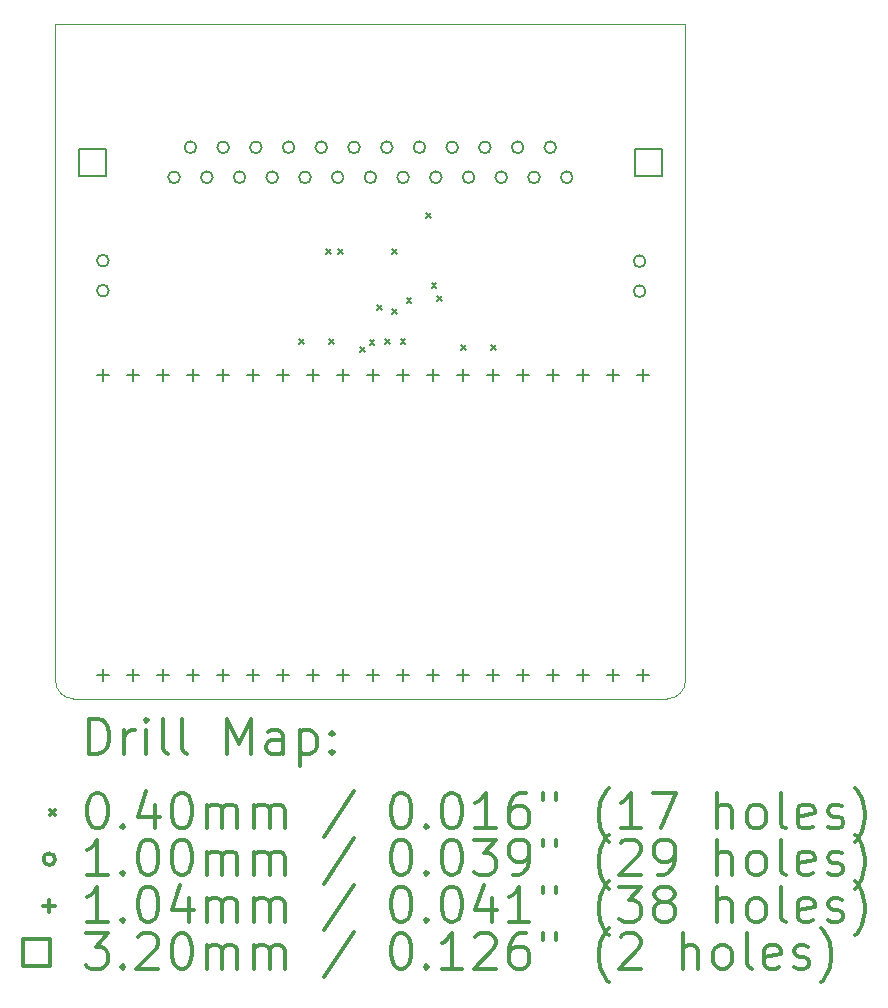
<source format=gbr>
%FSLAX45Y45*%
G04 Gerber Fmt 4.5, Leading zero omitted, Abs format (unit mm)*
G04 Created by KiCad (PCBNEW (5.1.6)-1) date 2022-10-28 15:03:12*
%MOMM*%
%LPD*%
G01*
G04 APERTURE LIST*
%TA.AperFunction,Profile*%
%ADD10C,0.050000*%
%TD*%
%ADD11C,0.200000*%
%ADD12C,0.300000*%
G04 APERTURE END LIST*
D10*
X18034000Y-14325600D02*
G75*
G02*
X17881600Y-14478000I-152400J0D01*
G01*
X12852400Y-14478000D02*
G75*
G02*
X12700000Y-14325600I0J152400D01*
G01*
X12852400Y-14478000D02*
X12852400Y-14478000D01*
X12700000Y-8763000D02*
X12700000Y-14325600D01*
X14808200Y-14478000D02*
X12852400Y-14478000D01*
X15875000Y-14478000D02*
X14808200Y-14478000D01*
X17881600Y-14478000D02*
X15875000Y-14478000D01*
X18034000Y-8763000D02*
X18034000Y-14325600D01*
X12700000Y-8763000D02*
X18034000Y-8763000D01*
D11*
X14764420Y-11435400D02*
X14804420Y-11475400D01*
X14804420Y-11435400D02*
X14764420Y-11475400D01*
X14991400Y-10673400D02*
X15031400Y-10713400D01*
X15031400Y-10673400D02*
X14991400Y-10713400D01*
X15014500Y-11435400D02*
X15054500Y-11475400D01*
X15054500Y-11435400D02*
X15014500Y-11475400D01*
X15093000Y-10673400D02*
X15133000Y-10713400D01*
X15133000Y-10673400D02*
X15093000Y-10713400D01*
X15279500Y-11503980D02*
X15319500Y-11543980D01*
X15319500Y-11503980D02*
X15279500Y-11543980D01*
X15359700Y-11443020D02*
X15399700Y-11483020D01*
X15399700Y-11443020D02*
X15359700Y-11483020D01*
X15425740Y-11145840D02*
X15465740Y-11185840D01*
X15465740Y-11145840D02*
X15425740Y-11185840D01*
X15491780Y-11435394D02*
X15531780Y-11475394D01*
X15531780Y-11435394D02*
X15491780Y-11475394D01*
X15550200Y-10673400D02*
X15590200Y-10713400D01*
X15590200Y-10673400D02*
X15550200Y-10713400D01*
X15550824Y-11179466D02*
X15590824Y-11219466D01*
X15590824Y-11179466D02*
X15550824Y-11219466D01*
X15621320Y-11435400D02*
X15661320Y-11475400D01*
X15661320Y-11435400D02*
X15621320Y-11475400D01*
X15672120Y-11084880D02*
X15712120Y-11124880D01*
X15712120Y-11084880D02*
X15672120Y-11124880D01*
X15839760Y-10368600D02*
X15879760Y-10408600D01*
X15879760Y-10368600D02*
X15839760Y-10408600D01*
X15885461Y-10957199D02*
X15925461Y-10997199D01*
X15925461Y-10957199D02*
X15885461Y-10997199D01*
X15933759Y-11072199D02*
X15973759Y-11112199D01*
X15973759Y-11072199D02*
X15933759Y-11112199D01*
X16134400Y-11486200D02*
X16174400Y-11526200D01*
X16174400Y-11486200D02*
X16134400Y-11526200D01*
X16388400Y-11486200D02*
X16428400Y-11526200D01*
X16428400Y-11486200D02*
X16388400Y-11526200D01*
X13151320Y-10769600D02*
G75*
G03*
X13151320Y-10769600I-50000J0D01*
G01*
X13151320Y-11023600D02*
G75*
G03*
X13151320Y-11023600I-50000J0D01*
G01*
X13754160Y-10063480D02*
G75*
G03*
X13754160Y-10063480I-50000J0D01*
G01*
X13892660Y-9809480D02*
G75*
G03*
X13892660Y-9809480I-50000J0D01*
G01*
X14031160Y-10063480D02*
G75*
G03*
X14031160Y-10063480I-50000J0D01*
G01*
X14169660Y-9809480D02*
G75*
G03*
X14169660Y-9809480I-50000J0D01*
G01*
X14308160Y-10063480D02*
G75*
G03*
X14308160Y-10063480I-50000J0D01*
G01*
X14446660Y-9809480D02*
G75*
G03*
X14446660Y-9809480I-50000J0D01*
G01*
X14585160Y-10063480D02*
G75*
G03*
X14585160Y-10063480I-50000J0D01*
G01*
X14723660Y-9809480D02*
G75*
G03*
X14723660Y-9809480I-50000J0D01*
G01*
X14862160Y-10063480D02*
G75*
G03*
X14862160Y-10063480I-50000J0D01*
G01*
X15000660Y-9809480D02*
G75*
G03*
X15000660Y-9809480I-50000J0D01*
G01*
X15139160Y-10063480D02*
G75*
G03*
X15139160Y-10063480I-50000J0D01*
G01*
X15277660Y-9809480D02*
G75*
G03*
X15277660Y-9809480I-50000J0D01*
G01*
X15416160Y-10063480D02*
G75*
G03*
X15416160Y-10063480I-50000J0D01*
G01*
X15554660Y-9809480D02*
G75*
G03*
X15554660Y-9809480I-50000J0D01*
G01*
X15693160Y-10063480D02*
G75*
G03*
X15693160Y-10063480I-50000J0D01*
G01*
X15831660Y-9809480D02*
G75*
G03*
X15831660Y-9809480I-50000J0D01*
G01*
X15970160Y-10063480D02*
G75*
G03*
X15970160Y-10063480I-50000J0D01*
G01*
X16108660Y-9809480D02*
G75*
G03*
X16108660Y-9809480I-50000J0D01*
G01*
X16247160Y-10063480D02*
G75*
G03*
X16247160Y-10063480I-50000J0D01*
G01*
X16385660Y-9809480D02*
G75*
G03*
X16385660Y-9809480I-50000J0D01*
G01*
X16524160Y-10063480D02*
G75*
G03*
X16524160Y-10063480I-50000J0D01*
G01*
X16662660Y-9809480D02*
G75*
G03*
X16662660Y-9809480I-50000J0D01*
G01*
X16801160Y-10063480D02*
G75*
G03*
X16801160Y-10063480I-50000J0D01*
G01*
X16939660Y-9809480D02*
G75*
G03*
X16939660Y-9809480I-50000J0D01*
G01*
X17078160Y-10063480D02*
G75*
G03*
X17078160Y-10063480I-50000J0D01*
G01*
X17695380Y-10774680D02*
G75*
G03*
X17695380Y-10774680I-50000J0D01*
G01*
X17695380Y-11028680D02*
G75*
G03*
X17695380Y-11028680I-50000J0D01*
G01*
X13101200Y-11682800D02*
X13101200Y-11786800D01*
X13049200Y-11734800D02*
X13153200Y-11734800D01*
X13101200Y-14222800D02*
X13101200Y-14326800D01*
X13049200Y-14274800D02*
X13153200Y-14274800D01*
X13355200Y-11682800D02*
X13355200Y-11786800D01*
X13303200Y-11734800D02*
X13407200Y-11734800D01*
X13355200Y-14222800D02*
X13355200Y-14326800D01*
X13303200Y-14274800D02*
X13407200Y-14274800D01*
X13609200Y-11682800D02*
X13609200Y-11786800D01*
X13557200Y-11734800D02*
X13661200Y-11734800D01*
X13609200Y-14222800D02*
X13609200Y-14326800D01*
X13557200Y-14274800D02*
X13661200Y-14274800D01*
X13863200Y-11682800D02*
X13863200Y-11786800D01*
X13811200Y-11734800D02*
X13915200Y-11734800D01*
X13863200Y-14222800D02*
X13863200Y-14326800D01*
X13811200Y-14274800D02*
X13915200Y-14274800D01*
X14117200Y-11682800D02*
X14117200Y-11786800D01*
X14065200Y-11734800D02*
X14169200Y-11734800D01*
X14117200Y-14222800D02*
X14117200Y-14326800D01*
X14065200Y-14274800D02*
X14169200Y-14274800D01*
X14371200Y-11682800D02*
X14371200Y-11786800D01*
X14319200Y-11734800D02*
X14423200Y-11734800D01*
X14371200Y-14222800D02*
X14371200Y-14326800D01*
X14319200Y-14274800D02*
X14423200Y-14274800D01*
X14625200Y-11682800D02*
X14625200Y-11786800D01*
X14573200Y-11734800D02*
X14677200Y-11734800D01*
X14625200Y-14222800D02*
X14625200Y-14326800D01*
X14573200Y-14274800D02*
X14677200Y-14274800D01*
X14879200Y-11682800D02*
X14879200Y-11786800D01*
X14827200Y-11734800D02*
X14931200Y-11734800D01*
X14879200Y-14222800D02*
X14879200Y-14326800D01*
X14827200Y-14274800D02*
X14931200Y-14274800D01*
X15133200Y-11682800D02*
X15133200Y-11786800D01*
X15081200Y-11734800D02*
X15185200Y-11734800D01*
X15133200Y-14222800D02*
X15133200Y-14326800D01*
X15081200Y-14274800D02*
X15185200Y-14274800D01*
X15387200Y-11682800D02*
X15387200Y-11786800D01*
X15335200Y-11734800D02*
X15439200Y-11734800D01*
X15387200Y-14222800D02*
X15387200Y-14326800D01*
X15335200Y-14274800D02*
X15439200Y-14274800D01*
X15641200Y-11682800D02*
X15641200Y-11786800D01*
X15589200Y-11734800D02*
X15693200Y-11734800D01*
X15641200Y-14222800D02*
X15641200Y-14326800D01*
X15589200Y-14274800D02*
X15693200Y-14274800D01*
X15895200Y-11682800D02*
X15895200Y-11786800D01*
X15843200Y-11734800D02*
X15947200Y-11734800D01*
X15895200Y-14222800D02*
X15895200Y-14326800D01*
X15843200Y-14274800D02*
X15947200Y-14274800D01*
X16149200Y-11682800D02*
X16149200Y-11786800D01*
X16097200Y-11734800D02*
X16201200Y-11734800D01*
X16149200Y-14222800D02*
X16149200Y-14326800D01*
X16097200Y-14274800D02*
X16201200Y-14274800D01*
X16403200Y-11682800D02*
X16403200Y-11786800D01*
X16351200Y-11734800D02*
X16455200Y-11734800D01*
X16403200Y-14222800D02*
X16403200Y-14326800D01*
X16351200Y-14274800D02*
X16455200Y-14274800D01*
X16657200Y-11682800D02*
X16657200Y-11786800D01*
X16605200Y-11734800D02*
X16709200Y-11734800D01*
X16657200Y-14222800D02*
X16657200Y-14326800D01*
X16605200Y-14274800D02*
X16709200Y-14274800D01*
X16911200Y-11682800D02*
X16911200Y-11786800D01*
X16859200Y-11734800D02*
X16963200Y-11734800D01*
X16911200Y-14222800D02*
X16911200Y-14326800D01*
X16859200Y-14274800D02*
X16963200Y-14274800D01*
X17165200Y-11682800D02*
X17165200Y-11786800D01*
X17113200Y-11734800D02*
X17217200Y-11734800D01*
X17165200Y-14222800D02*
X17165200Y-14326800D01*
X17113200Y-14274800D02*
X17217200Y-14274800D01*
X17419200Y-11682800D02*
X17419200Y-11786800D01*
X17367200Y-11734800D02*
X17471200Y-11734800D01*
X17419200Y-14222800D02*
X17419200Y-14326800D01*
X17367200Y-14274800D02*
X17471200Y-14274800D01*
X17673200Y-11682800D02*
X17673200Y-11786800D01*
X17621200Y-11734800D02*
X17725200Y-11734800D01*
X17673200Y-14222800D02*
X17673200Y-14326800D01*
X17621200Y-14274800D02*
X17725200Y-14274800D01*
X13127298Y-10049618D02*
X13127298Y-9823342D01*
X12901022Y-9823342D01*
X12901022Y-10049618D01*
X13127298Y-10049618D01*
X17831298Y-10049618D02*
X17831298Y-9823342D01*
X17605022Y-9823342D01*
X17605022Y-10049618D01*
X17831298Y-10049618D01*
D12*
X12983928Y-14946214D02*
X12983928Y-14646214D01*
X13055357Y-14646214D01*
X13098214Y-14660500D01*
X13126786Y-14689071D01*
X13141071Y-14717643D01*
X13155357Y-14774786D01*
X13155357Y-14817643D01*
X13141071Y-14874786D01*
X13126786Y-14903357D01*
X13098214Y-14931929D01*
X13055357Y-14946214D01*
X12983928Y-14946214D01*
X13283928Y-14946214D02*
X13283928Y-14746214D01*
X13283928Y-14803357D02*
X13298214Y-14774786D01*
X13312500Y-14760500D01*
X13341071Y-14746214D01*
X13369643Y-14746214D01*
X13469643Y-14946214D02*
X13469643Y-14746214D01*
X13469643Y-14646214D02*
X13455357Y-14660500D01*
X13469643Y-14674786D01*
X13483928Y-14660500D01*
X13469643Y-14646214D01*
X13469643Y-14674786D01*
X13655357Y-14946214D02*
X13626786Y-14931929D01*
X13612500Y-14903357D01*
X13612500Y-14646214D01*
X13812500Y-14946214D02*
X13783928Y-14931929D01*
X13769643Y-14903357D01*
X13769643Y-14646214D01*
X14155357Y-14946214D02*
X14155357Y-14646214D01*
X14255357Y-14860500D01*
X14355357Y-14646214D01*
X14355357Y-14946214D01*
X14626786Y-14946214D02*
X14626786Y-14789071D01*
X14612500Y-14760500D01*
X14583928Y-14746214D01*
X14526786Y-14746214D01*
X14498214Y-14760500D01*
X14626786Y-14931929D02*
X14598214Y-14946214D01*
X14526786Y-14946214D01*
X14498214Y-14931929D01*
X14483928Y-14903357D01*
X14483928Y-14874786D01*
X14498214Y-14846214D01*
X14526786Y-14831929D01*
X14598214Y-14831929D01*
X14626786Y-14817643D01*
X14769643Y-14746214D02*
X14769643Y-15046214D01*
X14769643Y-14760500D02*
X14798214Y-14746214D01*
X14855357Y-14746214D01*
X14883928Y-14760500D01*
X14898214Y-14774786D01*
X14912500Y-14803357D01*
X14912500Y-14889071D01*
X14898214Y-14917643D01*
X14883928Y-14931929D01*
X14855357Y-14946214D01*
X14798214Y-14946214D01*
X14769643Y-14931929D01*
X15041071Y-14917643D02*
X15055357Y-14931929D01*
X15041071Y-14946214D01*
X15026786Y-14931929D01*
X15041071Y-14917643D01*
X15041071Y-14946214D01*
X15041071Y-14760500D02*
X15055357Y-14774786D01*
X15041071Y-14789071D01*
X15026786Y-14774786D01*
X15041071Y-14760500D01*
X15041071Y-14789071D01*
X12657500Y-15420500D02*
X12697500Y-15460500D01*
X12697500Y-15420500D02*
X12657500Y-15460500D01*
X13041071Y-15276214D02*
X13069643Y-15276214D01*
X13098214Y-15290500D01*
X13112500Y-15304786D01*
X13126786Y-15333357D01*
X13141071Y-15390500D01*
X13141071Y-15461929D01*
X13126786Y-15519071D01*
X13112500Y-15547643D01*
X13098214Y-15561929D01*
X13069643Y-15576214D01*
X13041071Y-15576214D01*
X13012500Y-15561929D01*
X12998214Y-15547643D01*
X12983928Y-15519071D01*
X12969643Y-15461929D01*
X12969643Y-15390500D01*
X12983928Y-15333357D01*
X12998214Y-15304786D01*
X13012500Y-15290500D01*
X13041071Y-15276214D01*
X13269643Y-15547643D02*
X13283928Y-15561929D01*
X13269643Y-15576214D01*
X13255357Y-15561929D01*
X13269643Y-15547643D01*
X13269643Y-15576214D01*
X13541071Y-15376214D02*
X13541071Y-15576214D01*
X13469643Y-15261929D02*
X13398214Y-15476214D01*
X13583928Y-15476214D01*
X13755357Y-15276214D02*
X13783928Y-15276214D01*
X13812500Y-15290500D01*
X13826786Y-15304786D01*
X13841071Y-15333357D01*
X13855357Y-15390500D01*
X13855357Y-15461929D01*
X13841071Y-15519071D01*
X13826786Y-15547643D01*
X13812500Y-15561929D01*
X13783928Y-15576214D01*
X13755357Y-15576214D01*
X13726786Y-15561929D01*
X13712500Y-15547643D01*
X13698214Y-15519071D01*
X13683928Y-15461929D01*
X13683928Y-15390500D01*
X13698214Y-15333357D01*
X13712500Y-15304786D01*
X13726786Y-15290500D01*
X13755357Y-15276214D01*
X13983928Y-15576214D02*
X13983928Y-15376214D01*
X13983928Y-15404786D02*
X13998214Y-15390500D01*
X14026786Y-15376214D01*
X14069643Y-15376214D01*
X14098214Y-15390500D01*
X14112500Y-15419071D01*
X14112500Y-15576214D01*
X14112500Y-15419071D02*
X14126786Y-15390500D01*
X14155357Y-15376214D01*
X14198214Y-15376214D01*
X14226786Y-15390500D01*
X14241071Y-15419071D01*
X14241071Y-15576214D01*
X14383928Y-15576214D02*
X14383928Y-15376214D01*
X14383928Y-15404786D02*
X14398214Y-15390500D01*
X14426786Y-15376214D01*
X14469643Y-15376214D01*
X14498214Y-15390500D01*
X14512500Y-15419071D01*
X14512500Y-15576214D01*
X14512500Y-15419071D02*
X14526786Y-15390500D01*
X14555357Y-15376214D01*
X14598214Y-15376214D01*
X14626786Y-15390500D01*
X14641071Y-15419071D01*
X14641071Y-15576214D01*
X15226786Y-15261929D02*
X14969643Y-15647643D01*
X15612500Y-15276214D02*
X15641071Y-15276214D01*
X15669643Y-15290500D01*
X15683928Y-15304786D01*
X15698214Y-15333357D01*
X15712500Y-15390500D01*
X15712500Y-15461929D01*
X15698214Y-15519071D01*
X15683928Y-15547643D01*
X15669643Y-15561929D01*
X15641071Y-15576214D01*
X15612500Y-15576214D01*
X15583928Y-15561929D01*
X15569643Y-15547643D01*
X15555357Y-15519071D01*
X15541071Y-15461929D01*
X15541071Y-15390500D01*
X15555357Y-15333357D01*
X15569643Y-15304786D01*
X15583928Y-15290500D01*
X15612500Y-15276214D01*
X15841071Y-15547643D02*
X15855357Y-15561929D01*
X15841071Y-15576214D01*
X15826786Y-15561929D01*
X15841071Y-15547643D01*
X15841071Y-15576214D01*
X16041071Y-15276214D02*
X16069643Y-15276214D01*
X16098214Y-15290500D01*
X16112500Y-15304786D01*
X16126786Y-15333357D01*
X16141071Y-15390500D01*
X16141071Y-15461929D01*
X16126786Y-15519071D01*
X16112500Y-15547643D01*
X16098214Y-15561929D01*
X16069643Y-15576214D01*
X16041071Y-15576214D01*
X16012500Y-15561929D01*
X15998214Y-15547643D01*
X15983928Y-15519071D01*
X15969643Y-15461929D01*
X15969643Y-15390500D01*
X15983928Y-15333357D01*
X15998214Y-15304786D01*
X16012500Y-15290500D01*
X16041071Y-15276214D01*
X16426786Y-15576214D02*
X16255357Y-15576214D01*
X16341071Y-15576214D02*
X16341071Y-15276214D01*
X16312500Y-15319071D01*
X16283928Y-15347643D01*
X16255357Y-15361929D01*
X16683928Y-15276214D02*
X16626786Y-15276214D01*
X16598214Y-15290500D01*
X16583928Y-15304786D01*
X16555357Y-15347643D01*
X16541071Y-15404786D01*
X16541071Y-15519071D01*
X16555357Y-15547643D01*
X16569643Y-15561929D01*
X16598214Y-15576214D01*
X16655357Y-15576214D01*
X16683928Y-15561929D01*
X16698214Y-15547643D01*
X16712500Y-15519071D01*
X16712500Y-15447643D01*
X16698214Y-15419071D01*
X16683928Y-15404786D01*
X16655357Y-15390500D01*
X16598214Y-15390500D01*
X16569643Y-15404786D01*
X16555357Y-15419071D01*
X16541071Y-15447643D01*
X16826786Y-15276214D02*
X16826786Y-15333357D01*
X16941071Y-15276214D02*
X16941071Y-15333357D01*
X17383928Y-15690500D02*
X17369643Y-15676214D01*
X17341071Y-15633357D01*
X17326786Y-15604786D01*
X17312500Y-15561929D01*
X17298214Y-15490500D01*
X17298214Y-15433357D01*
X17312500Y-15361929D01*
X17326786Y-15319071D01*
X17341071Y-15290500D01*
X17369643Y-15247643D01*
X17383928Y-15233357D01*
X17655357Y-15576214D02*
X17483928Y-15576214D01*
X17569643Y-15576214D02*
X17569643Y-15276214D01*
X17541071Y-15319071D01*
X17512500Y-15347643D01*
X17483928Y-15361929D01*
X17755357Y-15276214D02*
X17955357Y-15276214D01*
X17826786Y-15576214D01*
X18298214Y-15576214D02*
X18298214Y-15276214D01*
X18426786Y-15576214D02*
X18426786Y-15419071D01*
X18412500Y-15390500D01*
X18383928Y-15376214D01*
X18341071Y-15376214D01*
X18312500Y-15390500D01*
X18298214Y-15404786D01*
X18612500Y-15576214D02*
X18583928Y-15561929D01*
X18569643Y-15547643D01*
X18555357Y-15519071D01*
X18555357Y-15433357D01*
X18569643Y-15404786D01*
X18583928Y-15390500D01*
X18612500Y-15376214D01*
X18655357Y-15376214D01*
X18683928Y-15390500D01*
X18698214Y-15404786D01*
X18712500Y-15433357D01*
X18712500Y-15519071D01*
X18698214Y-15547643D01*
X18683928Y-15561929D01*
X18655357Y-15576214D01*
X18612500Y-15576214D01*
X18883928Y-15576214D02*
X18855357Y-15561929D01*
X18841071Y-15533357D01*
X18841071Y-15276214D01*
X19112500Y-15561929D02*
X19083928Y-15576214D01*
X19026786Y-15576214D01*
X18998214Y-15561929D01*
X18983928Y-15533357D01*
X18983928Y-15419071D01*
X18998214Y-15390500D01*
X19026786Y-15376214D01*
X19083928Y-15376214D01*
X19112500Y-15390500D01*
X19126786Y-15419071D01*
X19126786Y-15447643D01*
X18983928Y-15476214D01*
X19241071Y-15561929D02*
X19269643Y-15576214D01*
X19326786Y-15576214D01*
X19355357Y-15561929D01*
X19369643Y-15533357D01*
X19369643Y-15519071D01*
X19355357Y-15490500D01*
X19326786Y-15476214D01*
X19283928Y-15476214D01*
X19255357Y-15461929D01*
X19241071Y-15433357D01*
X19241071Y-15419071D01*
X19255357Y-15390500D01*
X19283928Y-15376214D01*
X19326786Y-15376214D01*
X19355357Y-15390500D01*
X19469643Y-15690500D02*
X19483928Y-15676214D01*
X19512500Y-15633357D01*
X19526786Y-15604786D01*
X19541071Y-15561929D01*
X19555357Y-15490500D01*
X19555357Y-15433357D01*
X19541071Y-15361929D01*
X19526786Y-15319071D01*
X19512500Y-15290500D01*
X19483928Y-15247643D01*
X19469643Y-15233357D01*
X12697500Y-15836500D02*
G75*
G03*
X12697500Y-15836500I-50000J0D01*
G01*
X13141071Y-15972214D02*
X12969643Y-15972214D01*
X13055357Y-15972214D02*
X13055357Y-15672214D01*
X13026786Y-15715071D01*
X12998214Y-15743643D01*
X12969643Y-15757929D01*
X13269643Y-15943643D02*
X13283928Y-15957929D01*
X13269643Y-15972214D01*
X13255357Y-15957929D01*
X13269643Y-15943643D01*
X13269643Y-15972214D01*
X13469643Y-15672214D02*
X13498214Y-15672214D01*
X13526786Y-15686500D01*
X13541071Y-15700786D01*
X13555357Y-15729357D01*
X13569643Y-15786500D01*
X13569643Y-15857929D01*
X13555357Y-15915071D01*
X13541071Y-15943643D01*
X13526786Y-15957929D01*
X13498214Y-15972214D01*
X13469643Y-15972214D01*
X13441071Y-15957929D01*
X13426786Y-15943643D01*
X13412500Y-15915071D01*
X13398214Y-15857929D01*
X13398214Y-15786500D01*
X13412500Y-15729357D01*
X13426786Y-15700786D01*
X13441071Y-15686500D01*
X13469643Y-15672214D01*
X13755357Y-15672214D02*
X13783928Y-15672214D01*
X13812500Y-15686500D01*
X13826786Y-15700786D01*
X13841071Y-15729357D01*
X13855357Y-15786500D01*
X13855357Y-15857929D01*
X13841071Y-15915071D01*
X13826786Y-15943643D01*
X13812500Y-15957929D01*
X13783928Y-15972214D01*
X13755357Y-15972214D01*
X13726786Y-15957929D01*
X13712500Y-15943643D01*
X13698214Y-15915071D01*
X13683928Y-15857929D01*
X13683928Y-15786500D01*
X13698214Y-15729357D01*
X13712500Y-15700786D01*
X13726786Y-15686500D01*
X13755357Y-15672214D01*
X13983928Y-15972214D02*
X13983928Y-15772214D01*
X13983928Y-15800786D02*
X13998214Y-15786500D01*
X14026786Y-15772214D01*
X14069643Y-15772214D01*
X14098214Y-15786500D01*
X14112500Y-15815071D01*
X14112500Y-15972214D01*
X14112500Y-15815071D02*
X14126786Y-15786500D01*
X14155357Y-15772214D01*
X14198214Y-15772214D01*
X14226786Y-15786500D01*
X14241071Y-15815071D01*
X14241071Y-15972214D01*
X14383928Y-15972214D02*
X14383928Y-15772214D01*
X14383928Y-15800786D02*
X14398214Y-15786500D01*
X14426786Y-15772214D01*
X14469643Y-15772214D01*
X14498214Y-15786500D01*
X14512500Y-15815071D01*
X14512500Y-15972214D01*
X14512500Y-15815071D02*
X14526786Y-15786500D01*
X14555357Y-15772214D01*
X14598214Y-15772214D01*
X14626786Y-15786500D01*
X14641071Y-15815071D01*
X14641071Y-15972214D01*
X15226786Y-15657929D02*
X14969643Y-16043643D01*
X15612500Y-15672214D02*
X15641071Y-15672214D01*
X15669643Y-15686500D01*
X15683928Y-15700786D01*
X15698214Y-15729357D01*
X15712500Y-15786500D01*
X15712500Y-15857929D01*
X15698214Y-15915071D01*
X15683928Y-15943643D01*
X15669643Y-15957929D01*
X15641071Y-15972214D01*
X15612500Y-15972214D01*
X15583928Y-15957929D01*
X15569643Y-15943643D01*
X15555357Y-15915071D01*
X15541071Y-15857929D01*
X15541071Y-15786500D01*
X15555357Y-15729357D01*
X15569643Y-15700786D01*
X15583928Y-15686500D01*
X15612500Y-15672214D01*
X15841071Y-15943643D02*
X15855357Y-15957929D01*
X15841071Y-15972214D01*
X15826786Y-15957929D01*
X15841071Y-15943643D01*
X15841071Y-15972214D01*
X16041071Y-15672214D02*
X16069643Y-15672214D01*
X16098214Y-15686500D01*
X16112500Y-15700786D01*
X16126786Y-15729357D01*
X16141071Y-15786500D01*
X16141071Y-15857929D01*
X16126786Y-15915071D01*
X16112500Y-15943643D01*
X16098214Y-15957929D01*
X16069643Y-15972214D01*
X16041071Y-15972214D01*
X16012500Y-15957929D01*
X15998214Y-15943643D01*
X15983928Y-15915071D01*
X15969643Y-15857929D01*
X15969643Y-15786500D01*
X15983928Y-15729357D01*
X15998214Y-15700786D01*
X16012500Y-15686500D01*
X16041071Y-15672214D01*
X16241071Y-15672214D02*
X16426786Y-15672214D01*
X16326786Y-15786500D01*
X16369643Y-15786500D01*
X16398214Y-15800786D01*
X16412500Y-15815071D01*
X16426786Y-15843643D01*
X16426786Y-15915071D01*
X16412500Y-15943643D01*
X16398214Y-15957929D01*
X16369643Y-15972214D01*
X16283928Y-15972214D01*
X16255357Y-15957929D01*
X16241071Y-15943643D01*
X16569643Y-15972214D02*
X16626786Y-15972214D01*
X16655357Y-15957929D01*
X16669643Y-15943643D01*
X16698214Y-15900786D01*
X16712500Y-15843643D01*
X16712500Y-15729357D01*
X16698214Y-15700786D01*
X16683928Y-15686500D01*
X16655357Y-15672214D01*
X16598214Y-15672214D01*
X16569643Y-15686500D01*
X16555357Y-15700786D01*
X16541071Y-15729357D01*
X16541071Y-15800786D01*
X16555357Y-15829357D01*
X16569643Y-15843643D01*
X16598214Y-15857929D01*
X16655357Y-15857929D01*
X16683928Y-15843643D01*
X16698214Y-15829357D01*
X16712500Y-15800786D01*
X16826786Y-15672214D02*
X16826786Y-15729357D01*
X16941071Y-15672214D02*
X16941071Y-15729357D01*
X17383928Y-16086500D02*
X17369643Y-16072214D01*
X17341071Y-16029357D01*
X17326786Y-16000786D01*
X17312500Y-15957929D01*
X17298214Y-15886500D01*
X17298214Y-15829357D01*
X17312500Y-15757929D01*
X17326786Y-15715071D01*
X17341071Y-15686500D01*
X17369643Y-15643643D01*
X17383928Y-15629357D01*
X17483928Y-15700786D02*
X17498214Y-15686500D01*
X17526786Y-15672214D01*
X17598214Y-15672214D01*
X17626786Y-15686500D01*
X17641071Y-15700786D01*
X17655357Y-15729357D01*
X17655357Y-15757929D01*
X17641071Y-15800786D01*
X17469643Y-15972214D01*
X17655357Y-15972214D01*
X17798214Y-15972214D02*
X17855357Y-15972214D01*
X17883928Y-15957929D01*
X17898214Y-15943643D01*
X17926786Y-15900786D01*
X17941071Y-15843643D01*
X17941071Y-15729357D01*
X17926786Y-15700786D01*
X17912500Y-15686500D01*
X17883928Y-15672214D01*
X17826786Y-15672214D01*
X17798214Y-15686500D01*
X17783928Y-15700786D01*
X17769643Y-15729357D01*
X17769643Y-15800786D01*
X17783928Y-15829357D01*
X17798214Y-15843643D01*
X17826786Y-15857929D01*
X17883928Y-15857929D01*
X17912500Y-15843643D01*
X17926786Y-15829357D01*
X17941071Y-15800786D01*
X18298214Y-15972214D02*
X18298214Y-15672214D01*
X18426786Y-15972214D02*
X18426786Y-15815071D01*
X18412500Y-15786500D01*
X18383928Y-15772214D01*
X18341071Y-15772214D01*
X18312500Y-15786500D01*
X18298214Y-15800786D01*
X18612500Y-15972214D02*
X18583928Y-15957929D01*
X18569643Y-15943643D01*
X18555357Y-15915071D01*
X18555357Y-15829357D01*
X18569643Y-15800786D01*
X18583928Y-15786500D01*
X18612500Y-15772214D01*
X18655357Y-15772214D01*
X18683928Y-15786500D01*
X18698214Y-15800786D01*
X18712500Y-15829357D01*
X18712500Y-15915071D01*
X18698214Y-15943643D01*
X18683928Y-15957929D01*
X18655357Y-15972214D01*
X18612500Y-15972214D01*
X18883928Y-15972214D02*
X18855357Y-15957929D01*
X18841071Y-15929357D01*
X18841071Y-15672214D01*
X19112500Y-15957929D02*
X19083928Y-15972214D01*
X19026786Y-15972214D01*
X18998214Y-15957929D01*
X18983928Y-15929357D01*
X18983928Y-15815071D01*
X18998214Y-15786500D01*
X19026786Y-15772214D01*
X19083928Y-15772214D01*
X19112500Y-15786500D01*
X19126786Y-15815071D01*
X19126786Y-15843643D01*
X18983928Y-15872214D01*
X19241071Y-15957929D02*
X19269643Y-15972214D01*
X19326786Y-15972214D01*
X19355357Y-15957929D01*
X19369643Y-15929357D01*
X19369643Y-15915071D01*
X19355357Y-15886500D01*
X19326786Y-15872214D01*
X19283928Y-15872214D01*
X19255357Y-15857929D01*
X19241071Y-15829357D01*
X19241071Y-15815071D01*
X19255357Y-15786500D01*
X19283928Y-15772214D01*
X19326786Y-15772214D01*
X19355357Y-15786500D01*
X19469643Y-16086500D02*
X19483928Y-16072214D01*
X19512500Y-16029357D01*
X19526786Y-16000786D01*
X19541071Y-15957929D01*
X19555357Y-15886500D01*
X19555357Y-15829357D01*
X19541071Y-15757929D01*
X19526786Y-15715071D01*
X19512500Y-15686500D01*
X19483928Y-15643643D01*
X19469643Y-15629357D01*
X12645500Y-16180500D02*
X12645500Y-16284500D01*
X12593500Y-16232500D02*
X12697500Y-16232500D01*
X13141071Y-16368214D02*
X12969643Y-16368214D01*
X13055357Y-16368214D02*
X13055357Y-16068214D01*
X13026786Y-16111071D01*
X12998214Y-16139643D01*
X12969643Y-16153929D01*
X13269643Y-16339643D02*
X13283928Y-16353929D01*
X13269643Y-16368214D01*
X13255357Y-16353929D01*
X13269643Y-16339643D01*
X13269643Y-16368214D01*
X13469643Y-16068214D02*
X13498214Y-16068214D01*
X13526786Y-16082500D01*
X13541071Y-16096786D01*
X13555357Y-16125357D01*
X13569643Y-16182500D01*
X13569643Y-16253929D01*
X13555357Y-16311071D01*
X13541071Y-16339643D01*
X13526786Y-16353929D01*
X13498214Y-16368214D01*
X13469643Y-16368214D01*
X13441071Y-16353929D01*
X13426786Y-16339643D01*
X13412500Y-16311071D01*
X13398214Y-16253929D01*
X13398214Y-16182500D01*
X13412500Y-16125357D01*
X13426786Y-16096786D01*
X13441071Y-16082500D01*
X13469643Y-16068214D01*
X13826786Y-16168214D02*
X13826786Y-16368214D01*
X13755357Y-16053929D02*
X13683928Y-16268214D01*
X13869643Y-16268214D01*
X13983928Y-16368214D02*
X13983928Y-16168214D01*
X13983928Y-16196786D02*
X13998214Y-16182500D01*
X14026786Y-16168214D01*
X14069643Y-16168214D01*
X14098214Y-16182500D01*
X14112500Y-16211071D01*
X14112500Y-16368214D01*
X14112500Y-16211071D02*
X14126786Y-16182500D01*
X14155357Y-16168214D01*
X14198214Y-16168214D01*
X14226786Y-16182500D01*
X14241071Y-16211071D01*
X14241071Y-16368214D01*
X14383928Y-16368214D02*
X14383928Y-16168214D01*
X14383928Y-16196786D02*
X14398214Y-16182500D01*
X14426786Y-16168214D01*
X14469643Y-16168214D01*
X14498214Y-16182500D01*
X14512500Y-16211071D01*
X14512500Y-16368214D01*
X14512500Y-16211071D02*
X14526786Y-16182500D01*
X14555357Y-16168214D01*
X14598214Y-16168214D01*
X14626786Y-16182500D01*
X14641071Y-16211071D01*
X14641071Y-16368214D01*
X15226786Y-16053929D02*
X14969643Y-16439643D01*
X15612500Y-16068214D02*
X15641071Y-16068214D01*
X15669643Y-16082500D01*
X15683928Y-16096786D01*
X15698214Y-16125357D01*
X15712500Y-16182500D01*
X15712500Y-16253929D01*
X15698214Y-16311071D01*
X15683928Y-16339643D01*
X15669643Y-16353929D01*
X15641071Y-16368214D01*
X15612500Y-16368214D01*
X15583928Y-16353929D01*
X15569643Y-16339643D01*
X15555357Y-16311071D01*
X15541071Y-16253929D01*
X15541071Y-16182500D01*
X15555357Y-16125357D01*
X15569643Y-16096786D01*
X15583928Y-16082500D01*
X15612500Y-16068214D01*
X15841071Y-16339643D02*
X15855357Y-16353929D01*
X15841071Y-16368214D01*
X15826786Y-16353929D01*
X15841071Y-16339643D01*
X15841071Y-16368214D01*
X16041071Y-16068214D02*
X16069643Y-16068214D01*
X16098214Y-16082500D01*
X16112500Y-16096786D01*
X16126786Y-16125357D01*
X16141071Y-16182500D01*
X16141071Y-16253929D01*
X16126786Y-16311071D01*
X16112500Y-16339643D01*
X16098214Y-16353929D01*
X16069643Y-16368214D01*
X16041071Y-16368214D01*
X16012500Y-16353929D01*
X15998214Y-16339643D01*
X15983928Y-16311071D01*
X15969643Y-16253929D01*
X15969643Y-16182500D01*
X15983928Y-16125357D01*
X15998214Y-16096786D01*
X16012500Y-16082500D01*
X16041071Y-16068214D01*
X16398214Y-16168214D02*
X16398214Y-16368214D01*
X16326786Y-16053929D02*
X16255357Y-16268214D01*
X16441071Y-16268214D01*
X16712500Y-16368214D02*
X16541071Y-16368214D01*
X16626786Y-16368214D02*
X16626786Y-16068214D01*
X16598214Y-16111071D01*
X16569643Y-16139643D01*
X16541071Y-16153929D01*
X16826786Y-16068214D02*
X16826786Y-16125357D01*
X16941071Y-16068214D02*
X16941071Y-16125357D01*
X17383928Y-16482500D02*
X17369643Y-16468214D01*
X17341071Y-16425357D01*
X17326786Y-16396786D01*
X17312500Y-16353929D01*
X17298214Y-16282500D01*
X17298214Y-16225357D01*
X17312500Y-16153929D01*
X17326786Y-16111071D01*
X17341071Y-16082500D01*
X17369643Y-16039643D01*
X17383928Y-16025357D01*
X17469643Y-16068214D02*
X17655357Y-16068214D01*
X17555357Y-16182500D01*
X17598214Y-16182500D01*
X17626786Y-16196786D01*
X17641071Y-16211071D01*
X17655357Y-16239643D01*
X17655357Y-16311071D01*
X17641071Y-16339643D01*
X17626786Y-16353929D01*
X17598214Y-16368214D01*
X17512500Y-16368214D01*
X17483928Y-16353929D01*
X17469643Y-16339643D01*
X17826786Y-16196786D02*
X17798214Y-16182500D01*
X17783928Y-16168214D01*
X17769643Y-16139643D01*
X17769643Y-16125357D01*
X17783928Y-16096786D01*
X17798214Y-16082500D01*
X17826786Y-16068214D01*
X17883928Y-16068214D01*
X17912500Y-16082500D01*
X17926786Y-16096786D01*
X17941071Y-16125357D01*
X17941071Y-16139643D01*
X17926786Y-16168214D01*
X17912500Y-16182500D01*
X17883928Y-16196786D01*
X17826786Y-16196786D01*
X17798214Y-16211071D01*
X17783928Y-16225357D01*
X17769643Y-16253929D01*
X17769643Y-16311071D01*
X17783928Y-16339643D01*
X17798214Y-16353929D01*
X17826786Y-16368214D01*
X17883928Y-16368214D01*
X17912500Y-16353929D01*
X17926786Y-16339643D01*
X17941071Y-16311071D01*
X17941071Y-16253929D01*
X17926786Y-16225357D01*
X17912500Y-16211071D01*
X17883928Y-16196786D01*
X18298214Y-16368214D02*
X18298214Y-16068214D01*
X18426786Y-16368214D02*
X18426786Y-16211071D01*
X18412500Y-16182500D01*
X18383928Y-16168214D01*
X18341071Y-16168214D01*
X18312500Y-16182500D01*
X18298214Y-16196786D01*
X18612500Y-16368214D02*
X18583928Y-16353929D01*
X18569643Y-16339643D01*
X18555357Y-16311071D01*
X18555357Y-16225357D01*
X18569643Y-16196786D01*
X18583928Y-16182500D01*
X18612500Y-16168214D01*
X18655357Y-16168214D01*
X18683928Y-16182500D01*
X18698214Y-16196786D01*
X18712500Y-16225357D01*
X18712500Y-16311071D01*
X18698214Y-16339643D01*
X18683928Y-16353929D01*
X18655357Y-16368214D01*
X18612500Y-16368214D01*
X18883928Y-16368214D02*
X18855357Y-16353929D01*
X18841071Y-16325357D01*
X18841071Y-16068214D01*
X19112500Y-16353929D02*
X19083928Y-16368214D01*
X19026786Y-16368214D01*
X18998214Y-16353929D01*
X18983928Y-16325357D01*
X18983928Y-16211071D01*
X18998214Y-16182500D01*
X19026786Y-16168214D01*
X19083928Y-16168214D01*
X19112500Y-16182500D01*
X19126786Y-16211071D01*
X19126786Y-16239643D01*
X18983928Y-16268214D01*
X19241071Y-16353929D02*
X19269643Y-16368214D01*
X19326786Y-16368214D01*
X19355357Y-16353929D01*
X19369643Y-16325357D01*
X19369643Y-16311071D01*
X19355357Y-16282500D01*
X19326786Y-16268214D01*
X19283928Y-16268214D01*
X19255357Y-16253929D01*
X19241071Y-16225357D01*
X19241071Y-16211071D01*
X19255357Y-16182500D01*
X19283928Y-16168214D01*
X19326786Y-16168214D01*
X19355357Y-16182500D01*
X19469643Y-16482500D02*
X19483928Y-16468214D01*
X19512500Y-16425357D01*
X19526786Y-16396786D01*
X19541071Y-16353929D01*
X19555357Y-16282500D01*
X19555357Y-16225357D01*
X19541071Y-16153929D01*
X19526786Y-16111071D01*
X19512500Y-16082500D01*
X19483928Y-16039643D01*
X19469643Y-16025357D01*
X12650638Y-16741638D02*
X12650638Y-16515362D01*
X12424362Y-16515362D01*
X12424362Y-16741638D01*
X12650638Y-16741638D01*
X12955357Y-16464214D02*
X13141071Y-16464214D01*
X13041071Y-16578500D01*
X13083928Y-16578500D01*
X13112500Y-16592786D01*
X13126786Y-16607071D01*
X13141071Y-16635643D01*
X13141071Y-16707071D01*
X13126786Y-16735643D01*
X13112500Y-16749929D01*
X13083928Y-16764214D01*
X12998214Y-16764214D01*
X12969643Y-16749929D01*
X12955357Y-16735643D01*
X13269643Y-16735643D02*
X13283928Y-16749929D01*
X13269643Y-16764214D01*
X13255357Y-16749929D01*
X13269643Y-16735643D01*
X13269643Y-16764214D01*
X13398214Y-16492786D02*
X13412500Y-16478500D01*
X13441071Y-16464214D01*
X13512500Y-16464214D01*
X13541071Y-16478500D01*
X13555357Y-16492786D01*
X13569643Y-16521357D01*
X13569643Y-16549929D01*
X13555357Y-16592786D01*
X13383928Y-16764214D01*
X13569643Y-16764214D01*
X13755357Y-16464214D02*
X13783928Y-16464214D01*
X13812500Y-16478500D01*
X13826786Y-16492786D01*
X13841071Y-16521357D01*
X13855357Y-16578500D01*
X13855357Y-16649929D01*
X13841071Y-16707071D01*
X13826786Y-16735643D01*
X13812500Y-16749929D01*
X13783928Y-16764214D01*
X13755357Y-16764214D01*
X13726786Y-16749929D01*
X13712500Y-16735643D01*
X13698214Y-16707071D01*
X13683928Y-16649929D01*
X13683928Y-16578500D01*
X13698214Y-16521357D01*
X13712500Y-16492786D01*
X13726786Y-16478500D01*
X13755357Y-16464214D01*
X13983928Y-16764214D02*
X13983928Y-16564214D01*
X13983928Y-16592786D02*
X13998214Y-16578500D01*
X14026786Y-16564214D01*
X14069643Y-16564214D01*
X14098214Y-16578500D01*
X14112500Y-16607071D01*
X14112500Y-16764214D01*
X14112500Y-16607071D02*
X14126786Y-16578500D01*
X14155357Y-16564214D01*
X14198214Y-16564214D01*
X14226786Y-16578500D01*
X14241071Y-16607071D01*
X14241071Y-16764214D01*
X14383928Y-16764214D02*
X14383928Y-16564214D01*
X14383928Y-16592786D02*
X14398214Y-16578500D01*
X14426786Y-16564214D01*
X14469643Y-16564214D01*
X14498214Y-16578500D01*
X14512500Y-16607071D01*
X14512500Y-16764214D01*
X14512500Y-16607071D02*
X14526786Y-16578500D01*
X14555357Y-16564214D01*
X14598214Y-16564214D01*
X14626786Y-16578500D01*
X14641071Y-16607071D01*
X14641071Y-16764214D01*
X15226786Y-16449929D02*
X14969643Y-16835643D01*
X15612500Y-16464214D02*
X15641071Y-16464214D01*
X15669643Y-16478500D01*
X15683928Y-16492786D01*
X15698214Y-16521357D01*
X15712500Y-16578500D01*
X15712500Y-16649929D01*
X15698214Y-16707071D01*
X15683928Y-16735643D01*
X15669643Y-16749929D01*
X15641071Y-16764214D01*
X15612500Y-16764214D01*
X15583928Y-16749929D01*
X15569643Y-16735643D01*
X15555357Y-16707071D01*
X15541071Y-16649929D01*
X15541071Y-16578500D01*
X15555357Y-16521357D01*
X15569643Y-16492786D01*
X15583928Y-16478500D01*
X15612500Y-16464214D01*
X15841071Y-16735643D02*
X15855357Y-16749929D01*
X15841071Y-16764214D01*
X15826786Y-16749929D01*
X15841071Y-16735643D01*
X15841071Y-16764214D01*
X16141071Y-16764214D02*
X15969643Y-16764214D01*
X16055357Y-16764214D02*
X16055357Y-16464214D01*
X16026786Y-16507071D01*
X15998214Y-16535643D01*
X15969643Y-16549929D01*
X16255357Y-16492786D02*
X16269643Y-16478500D01*
X16298214Y-16464214D01*
X16369643Y-16464214D01*
X16398214Y-16478500D01*
X16412500Y-16492786D01*
X16426786Y-16521357D01*
X16426786Y-16549929D01*
X16412500Y-16592786D01*
X16241071Y-16764214D01*
X16426786Y-16764214D01*
X16683928Y-16464214D02*
X16626786Y-16464214D01*
X16598214Y-16478500D01*
X16583928Y-16492786D01*
X16555357Y-16535643D01*
X16541071Y-16592786D01*
X16541071Y-16707071D01*
X16555357Y-16735643D01*
X16569643Y-16749929D01*
X16598214Y-16764214D01*
X16655357Y-16764214D01*
X16683928Y-16749929D01*
X16698214Y-16735643D01*
X16712500Y-16707071D01*
X16712500Y-16635643D01*
X16698214Y-16607071D01*
X16683928Y-16592786D01*
X16655357Y-16578500D01*
X16598214Y-16578500D01*
X16569643Y-16592786D01*
X16555357Y-16607071D01*
X16541071Y-16635643D01*
X16826786Y-16464214D02*
X16826786Y-16521357D01*
X16941071Y-16464214D02*
X16941071Y-16521357D01*
X17383928Y-16878500D02*
X17369643Y-16864214D01*
X17341071Y-16821357D01*
X17326786Y-16792786D01*
X17312500Y-16749929D01*
X17298214Y-16678500D01*
X17298214Y-16621357D01*
X17312500Y-16549929D01*
X17326786Y-16507071D01*
X17341071Y-16478500D01*
X17369643Y-16435643D01*
X17383928Y-16421357D01*
X17483928Y-16492786D02*
X17498214Y-16478500D01*
X17526786Y-16464214D01*
X17598214Y-16464214D01*
X17626786Y-16478500D01*
X17641071Y-16492786D01*
X17655357Y-16521357D01*
X17655357Y-16549929D01*
X17641071Y-16592786D01*
X17469643Y-16764214D01*
X17655357Y-16764214D01*
X18012500Y-16764214D02*
X18012500Y-16464214D01*
X18141071Y-16764214D02*
X18141071Y-16607071D01*
X18126786Y-16578500D01*
X18098214Y-16564214D01*
X18055357Y-16564214D01*
X18026786Y-16578500D01*
X18012500Y-16592786D01*
X18326786Y-16764214D02*
X18298214Y-16749929D01*
X18283928Y-16735643D01*
X18269643Y-16707071D01*
X18269643Y-16621357D01*
X18283928Y-16592786D01*
X18298214Y-16578500D01*
X18326786Y-16564214D01*
X18369643Y-16564214D01*
X18398214Y-16578500D01*
X18412500Y-16592786D01*
X18426786Y-16621357D01*
X18426786Y-16707071D01*
X18412500Y-16735643D01*
X18398214Y-16749929D01*
X18369643Y-16764214D01*
X18326786Y-16764214D01*
X18598214Y-16764214D02*
X18569643Y-16749929D01*
X18555357Y-16721357D01*
X18555357Y-16464214D01*
X18826786Y-16749929D02*
X18798214Y-16764214D01*
X18741071Y-16764214D01*
X18712500Y-16749929D01*
X18698214Y-16721357D01*
X18698214Y-16607071D01*
X18712500Y-16578500D01*
X18741071Y-16564214D01*
X18798214Y-16564214D01*
X18826786Y-16578500D01*
X18841071Y-16607071D01*
X18841071Y-16635643D01*
X18698214Y-16664214D01*
X18955357Y-16749929D02*
X18983928Y-16764214D01*
X19041071Y-16764214D01*
X19069643Y-16749929D01*
X19083928Y-16721357D01*
X19083928Y-16707071D01*
X19069643Y-16678500D01*
X19041071Y-16664214D01*
X18998214Y-16664214D01*
X18969643Y-16649929D01*
X18955357Y-16621357D01*
X18955357Y-16607071D01*
X18969643Y-16578500D01*
X18998214Y-16564214D01*
X19041071Y-16564214D01*
X19069643Y-16578500D01*
X19183928Y-16878500D02*
X19198214Y-16864214D01*
X19226786Y-16821357D01*
X19241071Y-16792786D01*
X19255357Y-16749929D01*
X19269643Y-16678500D01*
X19269643Y-16621357D01*
X19255357Y-16549929D01*
X19241071Y-16507071D01*
X19226786Y-16478500D01*
X19198214Y-16435643D01*
X19183928Y-16421357D01*
M02*

</source>
